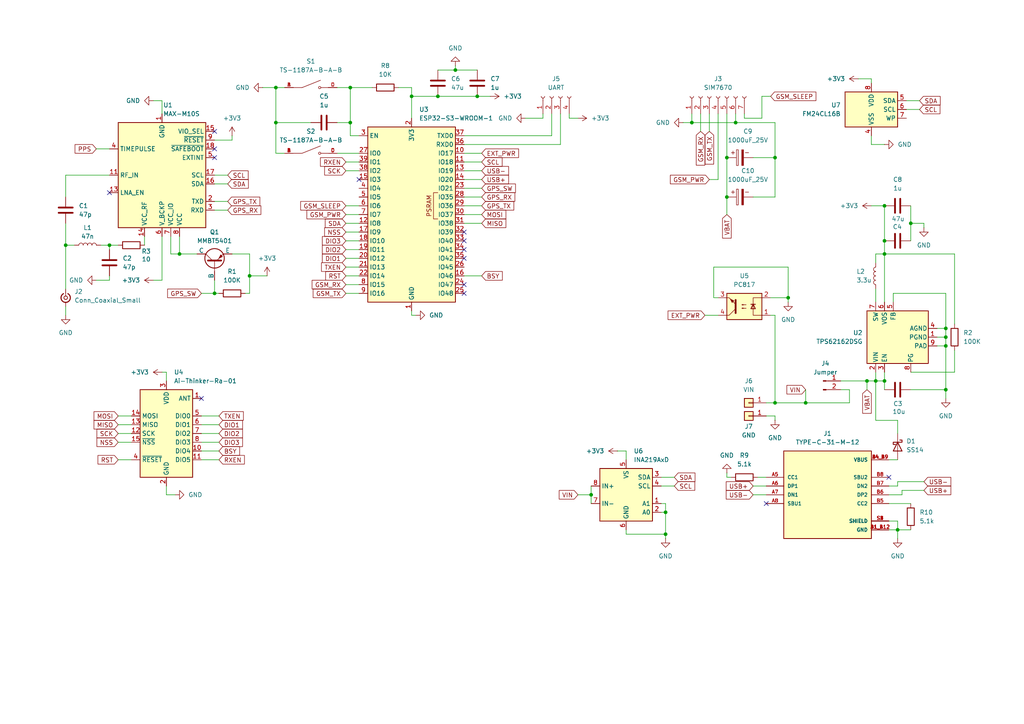
<source format=kicad_sch>
(kicad_sch (version 20231120) (generator "eeschema") (generator_version "8.0")
  (paper "A4")
  (junction (at 101.6 35.56))
  (junction (at 80.01 25.4))
  (junction (at 210.82 57.15))
  (junction (at 256.54 59.69))
  (junction (at 228.6 86.36))
  (junction (at 213.36 35.56))
  (junction (at 274.32 95.25))
  (junction (at 224.79 116.84))
  (junction (at 171.45 143.51))
  (junction (at 80.01 35.56))
  (junction (at 119.38 27.94))
  (junction (at 52.07 73.66))
  (junction (at 193.04 154.94))
  (junction (at 210.82 45.72))
  (junction (at 200.66 35.56))
  (junction (at 62.23 85.09))
  (junction (at 256.54 73.66))
  (junction (at 138.43 27.94))
  (junction (at 260.35 153.67))
  (junction (at 127 27.94))
  (junction (at 264.16 64.77))
  (junction (at 274.32 113.03))
  (junction (at 19.05 71.12))
  (junction (at 254 110.49))
  (junction (at 101.6 25.4))
  (junction (at 274.32 100.33))
  (junction (at 132.08 20.32))
  (junction (at 274.32 97.79))
  (junction (at 31.75 71.12))
  (junction (at 72.39 80.01))
  (junction (at 251.46 110.49))
  (junction (at 256.54 69.85))
  (junction (at 193.04 148.59))
  (junction (at 256.54 110.49))
  (junction (at 224.79 45.72))
  (junction (at 233.68 116.84))
  (no_connect (at 58.42 115.57))
  (no_connect (at 134.62 82.55))
  (no_connect (at 134.62 72.39))
  (no_connect (at 134.62 74.93))
  (no_connect (at 104.14 52.07))
  (no_connect (at 134.62 85.09))
  (no_connect (at 62.23 45.72))
  (no_connect (at 134.62 69.85))
  (no_connect (at 62.23 43.18))
  (no_connect (at 62.23 38.1))
  (no_connect (at 257.81 138.43))
  (no_connect (at 31.75 55.88))
  (no_connect (at 222.25 146.05))
  (no_connect (at 134.62 67.31))
  (wire (pts (xy 52.07 73.66) (xy 52.07 68.58)))
  (wire (pts (xy 256.54 59.69) (xy 256.54 69.85)))
  (wire (pts (xy 57.15 73.66) (xy 52.07 73.66)))
  (wire (pts (xy 262.89 31.75) (xy 266.7 31.75)))
  (wire (pts (xy 100.33 77.47) (xy 104.14 77.47)))
  (wire (pts (xy 119.38 27.94) (xy 127 27.94)))
  (wire (pts (xy 19.05 88.9) (xy 19.05 91.44)))
  (wire (pts (xy 257.81 153.67) (xy 260.35 153.67)))
  (wire (pts (xy 50.8 143.51) (xy 48.26 143.51)))
  (wire (pts (xy 257.81 143.51) (xy 261.62 143.51)))
  (wire (pts (xy 204.47 91.44) (xy 208.28 91.44)))
  (wire (pts (xy 264.16 107.95) (xy 276.86 107.95)))
  (wire (pts (xy 274.32 113.03) (xy 274.32 115.57)))
  (wire (pts (xy 31.75 71.12) (xy 31.75 72.39)))
  (wire (pts (xy 210.82 33.02) (xy 210.82 45.72)))
  (wire (pts (xy 264.16 113.03) (xy 274.32 113.03)))
  (wire (pts (xy 200.66 35.56) (xy 200.66 33.02)))
  (wire (pts (xy 97.79 25.4) (xy 101.6 25.4)))
  (wire (pts (xy 167.64 143.51) (xy 171.45 143.51)))
  (wire (pts (xy 198.12 35.56) (xy 200.66 35.56)))
  (wire (pts (xy 72.39 80.01) (xy 77.47 80.01)))
  (wire (pts (xy 256.54 107.95) (xy 256.54 110.49)))
  (wire (pts (xy 215.9 33.02) (xy 215.9 34.29)))
  (wire (pts (xy 215.9 34.29) (xy 220.98 34.29)))
  (wire (pts (xy 218.44 143.51) (xy 222.25 143.51)))
  (wire (pts (xy 274.32 100.33) (xy 274.32 113.03)))
  (wire (pts (xy 34.29 128.27) (xy 38.1 128.27)))
  (wire (pts (xy 44.45 81.28) (xy 46.99 81.28)))
  (wire (pts (xy 203.2 33.02) (xy 203.2 38.1)))
  (wire (pts (xy 100.33 85.09) (xy 104.14 85.09)))
  (wire (pts (xy 223.52 86.36) (xy 228.6 86.36)))
  (wire (pts (xy 119.38 91.44) (xy 119.38 90.17)))
  (wire (pts (xy 80.01 25.4) (xy 82.55 25.4)))
  (wire (pts (xy 261.62 142.24) (xy 261.62 143.51)))
  (wire (pts (xy 181.61 154.94) (xy 193.04 154.94)))
  (wire (pts (xy 233.68 113.03) (xy 233.68 116.84)))
  (wire (pts (xy 138.43 27.94) (xy 142.24 27.94)))
  (wire (pts (xy 252.73 39.37) (xy 252.73 41.91)))
  (wire (pts (xy 205.74 52.07) (xy 208.28 52.07)))
  (wire (pts (xy 257.81 133.35) (xy 260.35 133.35)))
  (wire (pts (xy 256.54 73.66) (xy 254 73.66)))
  (wire (pts (xy 62.23 53.34) (xy 66.04 53.34)))
  (wire (pts (xy 67.31 39.37) (xy 67.31 40.64)))
  (wire (pts (xy 134.62 62.23) (xy 139.7 62.23)))
  (wire (pts (xy 100.33 80.01) (xy 104.14 80.01)))
  (wire (pts (xy 264.16 59.69) (xy 264.16 64.77)))
  (wire (pts (xy 193.04 146.05) (xy 193.04 148.59)))
  (wire (pts (xy 48.26 110.49) (xy 48.26 107.95)))
  (wire (pts (xy 132.08 20.32) (xy 138.43 20.32)))
  (wire (pts (xy 218.44 45.72) (xy 224.79 45.72)))
  (wire (pts (xy 257.81 146.05) (xy 264.16 146.05)))
  (wire (pts (xy 115.57 25.4) (xy 119.38 25.4)))
  (wire (pts (xy 119.38 25.4) (xy 119.38 27.94)))
  (wire (pts (xy 100.33 82.55) (xy 104.14 82.55)))
  (wire (pts (xy 254 121.92) (xy 254 110.49)))
  (wire (pts (xy 100.33 67.31) (xy 104.14 67.31)))
  (wire (pts (xy 276.86 73.66) (xy 256.54 73.66)))
  (wire (pts (xy 218.44 140.97) (xy 222.25 140.97)))
  (wire (pts (xy 100.33 69.85) (xy 104.14 69.85)))
  (wire (pts (xy 127 27.94) (xy 138.43 27.94)))
  (wire (pts (xy 134.62 39.37) (xy 160.02 39.37)))
  (wire (pts (xy 252.73 22.86) (xy 252.73 24.13)))
  (wire (pts (xy 224.79 121.92) (xy 224.79 120.65)))
  (wire (pts (xy 208.28 86.36) (xy 207.01 86.36)))
  (wire (pts (xy 257.81 151.13) (xy 260.35 151.13)))
  (wire (pts (xy 46.99 33.02) (xy 46.99 29.21)))
  (wire (pts (xy 165.1 34.29) (xy 165.1 33.02)))
  (wire (pts (xy 256.54 110.49) (xy 254 110.49)))
  (wire (pts (xy 274.32 97.79) (xy 274.32 100.33)))
  (wire (pts (xy 82.55 44.45) (xy 80.01 44.45)))
  (wire (pts (xy 224.79 57.15) (xy 224.79 45.72)))
  (wire (pts (xy 181.61 133.35) (xy 181.61 130.81)))
  (wire (pts (xy 262.89 29.21) (xy 266.7 29.21)))
  (wire (pts (xy 260.35 153.67) (xy 264.16 153.67)))
  (wire (pts (xy 210.82 138.43) (xy 212.09 138.43)))
  (wire (pts (xy 62.23 50.8) (xy 66.04 50.8)))
  (wire (pts (xy 213.36 33.02) (xy 213.36 35.56)))
  (wire (pts (xy 34.29 120.65) (xy 38.1 120.65)))
  (wire (pts (xy 134.62 64.77) (xy 139.7 64.77)))
  (wire (pts (xy 62.23 60.96) (xy 66.04 60.96)))
  (wire (pts (xy 19.05 50.8) (xy 19.05 57.15)))
  (wire (pts (xy 261.62 142.24) (xy 267.97 142.24)))
  (wire (pts (xy 256.54 87.63) (xy 256.54 73.66)))
  (wire (pts (xy 224.79 91.44) (xy 224.79 116.84)))
  (wire (pts (xy 160.02 39.37) (xy 160.02 33.02)))
  (wire (pts (xy 48.26 107.95) (xy 46.99 107.95)))
  (wire (pts (xy 191.77 138.43) (xy 195.58 138.43)))
  (wire (pts (xy 90.17 35.56) (xy 80.01 35.56)))
  (wire (pts (xy 167.64 34.29) (xy 165.1 34.29)))
  (wire (pts (xy 100.33 49.53) (xy 104.14 49.53)))
  (wire (pts (xy 100.33 46.99) (xy 104.14 46.99)))
  (wire (pts (xy 97.79 44.45) (xy 104.14 44.45)))
  (wire (pts (xy 63.5 85.09) (xy 62.23 85.09)))
  (wire (pts (xy 220.98 27.94) (xy 223.52 27.94)))
  (wire (pts (xy 58.42 85.09) (xy 62.23 85.09)))
  (wire (pts (xy 72.39 80.01) (xy 72.39 85.09)))
  (wire (pts (xy 181.61 153.67) (xy 181.61 154.94)))
  (wire (pts (xy 224.79 45.72) (xy 224.79 35.56)))
  (wire (pts (xy 48.26 143.51) (xy 48.26 140.97)))
  (wire (pts (xy 271.78 95.25) (xy 274.32 95.25)))
  (wire (pts (xy 205.74 33.02) (xy 205.74 38.1)))
  (wire (pts (xy 260.35 153.67) (xy 260.35 156.21)))
  (wire (pts (xy 58.42 130.81) (xy 63.5 130.81)))
  (wire (pts (xy 224.79 116.84) (xy 233.68 116.84)))
  (wire (pts (xy 41.91 68.58) (xy 41.91 71.12)))
  (wire (pts (xy 207.01 86.36) (xy 207.01 77.47)))
  (wire (pts (xy 254 83.82) (xy 254 87.63)))
  (wire (pts (xy 67.31 40.64) (xy 62.23 40.64)))
  (wire (pts (xy 246.38 116.84) (xy 246.38 113.03)))
  (wire (pts (xy 252.73 41.91) (xy 256.54 41.91)))
  (wire (pts (xy 134.62 57.15) (xy 139.7 57.15)))
  (wire (pts (xy 210.82 57.15) (xy 210.82 62.23)))
  (wire (pts (xy 264.16 64.77) (xy 267.97 64.77)))
  (wire (pts (xy 193.04 148.59) (xy 193.04 154.94)))
  (wire (pts (xy 274.32 95.25) (xy 274.32 97.79)))
  (wire (pts (xy 58.42 125.73) (xy 63.5 125.73)))
  (wire (pts (xy 222.25 116.84) (xy 224.79 116.84)))
  (wire (pts (xy 31.75 81.28) (xy 31.75 80.01)))
  (wire (pts (xy 100.33 64.77) (xy 104.14 64.77)))
  (wire (pts (xy 58.42 133.35) (xy 63.5 133.35)))
  (wire (pts (xy 134.62 54.61) (xy 139.7 54.61)))
  (wire (pts (xy 210.82 45.72) (xy 210.82 57.15)))
  (wire (pts (xy 193.04 156.21) (xy 193.04 154.94)))
  (wire (pts (xy 208.28 52.07) (xy 208.28 33.02)))
  (wire (pts (xy 101.6 39.37) (xy 104.14 39.37)))
  (wire (pts (xy 72.39 85.09) (xy 71.12 85.09)))
  (wire (pts (xy 260.35 121.92) (xy 254 121.92)))
  (wire (pts (xy 134.62 44.45) (xy 139.7 44.45)))
  (wire (pts (xy 34.29 123.19) (xy 38.1 123.19)))
  (wire (pts (xy 29.21 71.12) (xy 31.75 71.12)))
  (wire (pts (xy 251.46 110.49) (xy 254 110.49)))
  (wire (pts (xy 228.6 77.47) (xy 228.6 86.36)))
  (wire (pts (xy 134.62 49.53) (xy 139.7 49.53)))
  (wire (pts (xy 259.08 85.09) (xy 259.08 87.63)))
  (wire (pts (xy 260.35 139.7) (xy 267.97 139.7)))
  (wire (pts (xy 259.08 85.09) (xy 274.32 85.09)))
  (wire (pts (xy 58.42 120.65) (xy 63.5 120.65)))
  (wire (pts (xy 218.44 57.15) (xy 224.79 57.15)))
  (wire (pts (xy 31.75 50.8) (xy 19.05 50.8)))
  (wire (pts (xy 100.33 59.69) (xy 104.14 59.69)))
  (wire (pts (xy 100.33 72.39) (xy 104.14 72.39)))
  (wire (pts (xy 223.52 91.44) (xy 224.79 91.44)))
  (wire (pts (xy 191.77 140.97) (xy 195.58 140.97)))
  (wire (pts (xy 252.73 59.69) (xy 256.54 59.69)))
  (wire (pts (xy 276.86 93.98) (xy 276.86 73.66)))
  (wire (pts (xy 72.39 80.01) (xy 72.39 73.66)))
  (wire (pts (xy 134.62 52.07) (xy 139.7 52.07)))
  (wire (pts (xy 228.6 86.36) (xy 228.6 87.63)))
  (wire (pts (xy 210.82 137.16) (xy 210.82 138.43)))
  (wire (pts (xy 97.79 35.56) (xy 101.6 35.56)))
  (wire (pts (xy 260.35 121.92) (xy 260.35 125.73)))
  (wire (pts (xy 254 110.49) (xy 254 107.95)))
  (wire (pts (xy 248.92 22.86) (xy 252.73 22.86)))
  (wire (pts (xy 72.39 73.66) (xy 67.31 73.66)))
  (wire (pts (xy 34.29 133.35) (xy 38.1 133.35)))
  (wire (pts (xy 254 73.66) (xy 254 76.2)))
  (wire (pts (xy 171.45 140.97) (xy 171.45 143.51)))
  (wire (pts (xy 224.79 120.65) (xy 222.25 120.65)))
  (wire (pts (xy 243.84 110.49) (xy 251.46 110.49)))
  (wire (pts (xy 132.08 19.05) (xy 132.08 20.32)))
  (wire (pts (xy 213.36 35.56) (xy 200.66 35.56)))
  (wire (pts (xy 101.6 25.4) (xy 107.95 25.4)))
  (wire (pts (xy 219.71 138.43) (xy 222.25 138.43)))
  (wire (pts (xy 100.33 62.23) (xy 104.14 62.23)))
  (wire (pts (xy 19.05 71.12) (xy 21.59 71.12)))
  (wire (pts (xy 220.98 34.29) (xy 220.98 27.94)))
  (wire (pts (xy 46.99 29.21) (xy 44.45 29.21)))
  (wire (pts (xy 101.6 35.56) (xy 101.6 39.37)))
  (wire (pts (xy 264.16 64.77) (xy 264.16 69.85)))
  (wire (pts (xy 257.81 140.97) (xy 260.35 140.97)))
  (wire (pts (xy 271.78 100.33) (xy 274.32 100.33)))
  (wire (pts (xy 171.45 143.51) (xy 171.45 146.05)))
  (wire (pts (xy 31.75 71.12) (xy 34.29 71.12)))
  (wire (pts (xy 260.35 139.7) (xy 260.35 140.97)))
  (wire (pts (xy 276.86 107.95) (xy 276.86 101.6)))
  (wire (pts (xy 260.35 151.13) (xy 260.35 153.67)))
  (wire (pts (xy 134.62 80.01) (xy 139.7 80.01)))
  (wire (pts (xy 181.61 130.81) (xy 179.07 130.81)))
  (wire (pts (xy 191.77 148.59) (xy 193.04 148.59)))
  (wire (pts (xy 224.79 35.56) (xy 213.36 35.56)))
  (wire (pts (xy 256.54 110.49) (xy 256.54 113.03)))
  (wire (pts (xy 271.78 97.79) (xy 274.32 97.79)))
  (wire (pts (xy 58.42 123.19) (xy 63.5 123.19)))
  (wire (pts (xy 127 20.32) (xy 132.08 20.32)))
  (wire (pts (xy 27.94 43.18) (xy 31.75 43.18)))
  (wire (pts (xy 76.2 25.4) (xy 80.01 25.4)))
  (wire (pts (xy 119.38 27.94) (xy 119.38 34.29)))
  (wire (pts (xy 49.53 73.66) (xy 52.07 73.66)))
  (wire (pts (xy 134.62 59.69) (xy 139.7 59.69)))
  (wire (pts (xy 19.05 71.12) (xy 19.05 83.82)))
  (wire (pts (xy 162.56 41.91) (xy 162.56 33.02)))
  (wire (pts (xy 49.53 68.58) (xy 49.53 73.66)))
  (wire (pts (xy 80.01 35.56) (xy 80.01 25.4)))
  (wire (pts (xy 101.6 35.56) (xy 101.6 25.4)))
  (wire (pts (xy 62.23 58.42) (xy 66.04 58.42)))
  (wire (pts (xy 100.33 74.93) (xy 104.14 74.93)))
  (wire (pts (xy 62.23 81.28) (xy 62.23 85.09)))
  (wire (pts (xy 34.29 125.73) (xy 38.1 125.73)))
  (wire (pts (xy 19.05 64.77) (xy 19.05 71.12)))
  (wire (pts (xy 157.48 34.29) (xy 157.48 33.02)))
  (wire (pts (xy 256.54 69.85) (xy 256.54 73.66)))
  (wire (pts (xy 120.65 91.44) (xy 119.38 91.44)))
  (wire (pts (xy 207.01 77.47) (xy 228.6 77.47)))
  (wire (pts (xy 58.42 128.27) (xy 63.5 128.27)))
  (wire (pts (xy 134.62 41.91) (xy 162.56 41.91)))
  (wire (pts (xy 80.01 35.56) (xy 80.01 44.45)))
  (wire (pts (xy 233.68 116.84) (xy 246.38 116.84)))
  (wire (pts (xy 251.46 110.49) (xy 251.46 113.03)))
  (wire (pts (xy 27.94 81.28) (xy 31.75 81.28)))
  (wire (pts (xy 191.77 146.05) (xy 193.04 146.05)))
  (wire (pts (xy 267.97 64.77) (xy 267.97 66.04)))
  (wire (pts (xy 274.32 85.09) (xy 274.32 95.25)))
  (wire (pts (xy 152.4 34.29) (xy 157.48 34.29)))
  (wire (pts (xy 46.99 81.28) (xy 46.99 68.58)))
  (wire (pts (xy 134.62 46.99) (xy 139.7 46.99)))
  (wire (pts (xy 246.38 113.03) (xy 243.84 113.03)))
  (global_label "USB+" (shape input) (at 139.7 52.07 0) (property "Intersheetrefs" "${INTERSHEET_REFS}" (effects (hide yes))))
  (global_label "USB+" (shape input) (at 218.44 140.97 180) (property "Intersheetrefs" "${INTERSHEET_REFS}" (effects (hide yes))))
  (global_label "NSS" (shape input) (at 34.29 128.27 180) (property "Intersheetrefs" "${INTERSHEET_REFS}" (effects (hide yes))))
  (global_label "SCL" (shape input) (at 195.58 140.97 0) (property "Intersheetrefs" "${INTERSHEET_REFS}" (effects (hide yes))))
  (global_label "RXEN" (shape input) (at 63.5 133.35 0) (property "Intersheetrefs" "${INTERSHEET_REFS}" (effects (hide yes))))
  (global_label "DIO1" (shape input) (at 63.5 123.19 0) (property "Intersheetrefs" "${INTERSHEET_REFS}" (effects (hide yes))))
  (global_label "GPS_RX" (shape input) (at 139.7 57.15 0) (property "Intersheetrefs" "${INTERSHEET_REFS}" (effects (hide yes))))
  (global_label "SCK" (shape input) (at 34.29 125.73 180) (property "Intersheetrefs" "${INTERSHEET_REFS}" (effects (hide yes))))
  (global_label "SCL" (shape input) (at 266.7 31.75 0) (property "Intersheetrefs" "${INTERSHEET_REFS}" (effects (hide yes))))
  (global_label "GSM_RX" (shape input) (at 203.2 38.1 270) (property "Intersheetrefs" "${INTERSHEET_REFS}" (effects (hide yes))))
  (global_label "EXT_PWR" (shape input) (at 204.47 91.44 180) (property "Intersheetrefs" "${INTERSHEET_REFS}" (effects (hide yes))))
  (global_label "GSM_SLEEP" (shape input) (at 100.33 59.69 180) (property "Intersheetrefs" "${INTERSHEET_REFS}" (effects (hide yes))))
  (global_label "GPS_SW" (shape input) (at 58.42 85.09 180) (property "Intersheetrefs" "${INTERSHEET_REFS}" (effects (hide yes))))
  (global_label "SDA" (shape input) (at 266.7 29.21 0) (property "Intersheetrefs" "${INTERSHEET_REFS}" (effects (hide yes))))
  (global_label "SDA" (shape input) (at 100.33 64.77 180) (property "Intersheetrefs" "${INTERSHEET_REFS}" (effects (hide yes))))
  (global_label "TXEN" (shape input) (at 100.33 77.47 180) (property "Intersheetrefs" "${INTERSHEET_REFS}" (effects (hide yes))))
  (global_label "GPS_TX" (shape input) (at 139.7 59.69 0) (property "Intersheetrefs" "${INTERSHEET_REFS}" (effects (hide yes))))
  (global_label "USB-" (shape input) (at 267.97 139.7 0) (property "Intersheetrefs" "${INTERSHEET_REFS}" (effects (hide yes))))
  (global_label "GSM_RX" (shape input) (at 100.33 82.55 180) (property "Intersheetrefs" "${INTERSHEET_REFS}" (effects (hide yes))))
  (global_label "GSM_PWR" (shape input) (at 205.74 52.07 180) (property "Intersheetrefs" "${INTERSHEET_REFS}" (effects (hide yes))))
  (global_label "DIO1" (shape input) (at 100.33 74.93 180) (property "Intersheetrefs" "${INTERSHEET_REFS}" (effects (hide yes))))
  (global_label "SCL" (shape input) (at 139.7 46.99 0) (property "Intersheetrefs" "${INTERSHEET_REFS}" (effects (hide yes))))
  (global_label "GPS_TX" (shape input) (at 66.04 58.42 0) (property "Intersheetrefs" "${INTERSHEET_REFS}" (effects (hide yes))))
  (global_label "USB-" (shape input) (at 218.44 143.51 180) (property "Intersheetrefs" "${INTERSHEET_REFS}" (effects (hide yes))))
  (global_label "SDA" (shape input) (at 195.58 138.43 0) (property "Intersheetrefs" "${INTERSHEET_REFS}" (effects (hide yes))))
  (global_label "MISO" (shape input) (at 139.7 64.77 0) (property "Intersheetrefs" "${INTERSHEET_REFS}" (effects (hide yes))))
  (global_label "USB-" (shape input) (at 139.7 49.53 0) (property "Intersheetrefs" "${INTERSHEET_REFS}" (effects (hide yes))))
  (global_label "DIO2" (shape input) (at 100.33 72.39 180) (property "Intersheetrefs" "${INTERSHEET_REFS}" (effects (hide yes))))
  (global_label "EXT_PWR" (shape input) (at 139.7 44.45 0) (property "Intersheetrefs" "${INTERSHEET_REFS}" (effects (hide yes))))
  (global_label "BSY" (shape input) (at 63.5 130.81 0) (property "Intersheetrefs" "${INTERSHEET_REFS}" (effects (hide yes))))
  (global_label "TXEN" (shape input) (at 63.5 120.65 0) (property "Intersheetrefs" "${INTERSHEET_REFS}" (effects (hide yes))))
  (global_label "RST" (shape input) (at 34.29 133.35 180) (property "Intersheetrefs" "${INTERSHEET_REFS}" (effects (hide yes))))
  (global_label "GSM_TX" (shape input) (at 100.33 85.09 180) (property "Intersheetrefs" "${INTERSHEET_REFS}" (effects (hide yes))))
  (global_label "MISO" (shape input) (at 34.29 123.19 180) (property "Intersheetrefs" "${INTERSHEET_REFS}" (effects (hide yes))))
  (global_label "VBAT" (shape input) (at 251.46 113.03 270) (property "Intersheetrefs" "${INTERSHEET_REFS}" (effects (hide yes))))
  (global_label "SDA" (shape input) (at 66.04 53.34 0) (property "Intersheetrefs" "${INTERSHEET_REFS}" (effects (hide yes))))
  (global_label "GSM_SLEEP" (shape input) (at 223.52 27.94 0) (property "Intersheetrefs" "${INTERSHEET_REFS}" (effects (hide yes))))
  (global_label "GSM_PWR" (shape input) (at 100.33 62.23 180) (property "Intersheetrefs" "${INTERSHEET_REFS}" (effects (hide yes))))
  (global_label "MOSI" (shape input) (at 34.29 120.65 180) (property "Intersheetrefs" "${INTERSHEET_REFS}" (effects (hide yes))))
  (global_label "NSS" (shape input) (at 100.33 67.31 180) (property "Intersheetrefs" "${INTERSHEET_REFS}" (effects (hide yes))))
  (global_label "RXEN" (shape input) (at 100.33 46.99 180) (property "Intersheetrefs" "${INTERSHEET_REFS}" (effects (hide yes))))
  (global_label "PPS" (shape input) (at 27.94 43.18 180) (property "Intersheetrefs" "${INTERSHEET_REFS}" (effects (hide yes))))
  (global_label "GPS_SW" (shape input) (at 139.7 54.61 0) (property "Intersheetrefs" "${INTERSHEET_REFS}" (effects (hide yes))))
  (global_label "DIO3" (shape input) (at 100.33 69.85 180) (property "Intersheetrefs" "${INTERSHEET_REFS}" (effects (hide yes))))
  (global_label "VIN" (shape input) (at 167.64 143.51 180) (property "Intersheetrefs" "${INTERSHEET_REFS}" (effects (hide yes))))
  (global_label "SCK" (shape input) (at 100.33 49.53 180) (property "Intersheetrefs" "${INTERSHEET_REFS}" (effects (hide yes))))
  (global_label "MOSI" (shape input) (at 139.7 62.23 0) (property "Intersheetrefs" "${INTERSHEET_REFS}" (effects (hide yes))))
  (global_label "USB+" (shape input) (at 267.97 142.24 0) (property "Intersheetrefs" "${INTERSHEET_REFS}" (effects (hide yes))))
  (global_label "VIN" (shape input) (at 233.68 113.03 180) (property "Intersheetrefs" "${INTERSHEET_REFS}" (effects (hide yes))))
  (global_label "DIO3" (shape input) (at 63.5 128.27 0) (property "Intersheetrefs" "${INTERSHEET_REFS}" (effects (hide yes))))
  (global_label "BSY" (shape input) (at 139.7 80.01 0) (property "Intersheetrefs" "${INTERSHEET_REFS}" (effects (hide yes))))
  (global_label "GPS_RX" (shape input) (at 66.04 60.96 0) (property "Intersheetrefs" "${INTERSHEET_REFS}" (effects (hide yes))))
  (global_label "DIO2" (shape input) (at 63.5 125.73 0) (property "Intersheetrefs" "${INTERSHEET_REFS}" (effects (hide yes))))
  (global_label "RST" (shape input) (at 100.33 80.01 180) (property "Intersheetrefs" "${INTERSHEET_REFS}" (effects (hide yes))))
  (global_label "VBAT" (shape input) (at 210.82 62.23 270) (property "Intersheetrefs" "${INTERSHEET_REFS}" (effects (hide yes))))
  (global_label "SCL" (shape input) (at 66.04 50.8 0) (property "Intersheetrefs" "${INTERSHEET_REFS}" (effects (hide yes))))
  (global_label "GSM_TX" (shape input) (at 205.74 38.1 270) (property "Intersheetrefs" "${INTERSHEET_REFS}" (effects (hide yes))))
  (symbol (lib_id "power:GND") (at 198.12 35.56 270) (unit 1)
    (property "Reference" "#PWR010" (effects (hide yes)))
    (property "Value" "GND" (at 194.31 35.5599 90) (effects (justify right)))
    (property "Description" "Power symbol creates a global label with name \"GND\" , ground" (effects (hide yes)))
  )
  (symbol (lib_id "Connector:Conn_Coaxial_Small") (at 19.05 86.36 270) (unit 1)
    (property "Reference" "J2" (at 21.59 84.5703 90) (effects (justify left)))
    (property "Value" "Conn_Coaxial_Small" (at 21.59 87.1103 90) (effects (justify left)))
    (property "Footprint" "Connector_Coaxial:U.FL_Molex_MCRF_73412-0110_Vertical" (effects (hide yes)))
    (property "Datasheet" " ~" (effects (hide yes)))
    (property "Description" "small coaxial connector (BNC, SMA, SMB, SMC, Cinch/RCA, LEMO, ...)" (effects (hide yes)))
    (property "MFR" "BWU.FL-IPEX1" (effects (hide yes)))
  )
  (symbol (lib_id "Sensor_Energy:INA219AxD") (at 181.61 143.51 0) (unit 1)
    (property "Reference" "U6" (at 183.8041 130.81 0) (effects (justify left)))
    (property "Value" "INA219AxD" (at 183.8041 133.35 0) (effects (justify left)))
    (property "Footprint" "Package_SO:SOIC-8_3.9x4.9mm_P1.27mm" (effects (hide yes)))
    (property "Datasheet" "http://www.ti.com/lit/ds/symlink/ina219.pdf" (effects (hide yes)))
    (property "Description" "Zero-Drift, Bidirectional Current/Power Monitor (0-26V) With I2C Interface, SOIC-8" (effects (hide yes)))
  )
  (symbol (lib_id "power:+3V3") (at 142.24 27.94 270) (unit 1)
    (property "Reference" "#PWR015" (effects (hide yes)))
    (property "Value" "+3V3" (at 146.05 27.9399 90) (effects (justify left)))
    (property "Description" "Power symbol creates a global label with name \"+3V3\"" (effects (hide yes)))
  )
  (symbol (lib_id "power:GND") (at 132.08 19.05 180) (unit 1)
    (property "Reference" "#PWR014" (effects (hide yes)))
    (property "Value" "GND" (at 132.08 13.97 0))
    (property "Description" "Power symbol creates a global label with name \"GND\" , ground" (effects (hide yes)))
  )
  (symbol (lib_id "Connector:Conn_01x07_Socket") (at 208.28 27.94 90) (unit 1)
    (property "Reference" "J3" (at 208.28 22.86 90))
    (property "Value" "SIM7670" (at 208.28 25.4 90))
    (property "Footprint" "Connector_PinHeader_2.54mm:PinHeader_1x07_P2.54mm_Vertical" (effects (hide yes)))
    (property "Description" "Generic connector, single row, 01x07, script generated" (effects (hide yes)))
  )
  (symbol (lib_id "power:GND") (at 256.54 41.91 90) (unit 1)
    (property "Reference" "#PWR026" (effects (hide yes)))
    (property "Value" "GND" (at 260.35 41.9099 90) (effects (justify right)))
    (property "Description" "Power symbol creates a global label with name \"GND\" , ground" (effects (hide yes)))
  )
  (symbol (lib_id "Device:C") (at 260.35 113.03 270) (unit 1)
    (property "Reference" "C3" (at 259.08 117.094 90) (effects (justify left)))
    (property "Value" "10u" (at 258.826 119.38 90) (effects (justify left)))
    (property "Footprint" "Capacitor_SMD:C_1206_3216Metric" (effects (hide yes)))
    (property "Description" "Unpolarized capacitor" (effects (hide yes)))
    (property "MFR" "CL31A106KBHNNNE" (effects (hide yes)))
  )
  (symbol (lib_id "Connector_Generic:Conn_01x01") (at 217.17 116.84 180) (unit 1)
    (property "Reference" "J6" (at 217.17 110.49 0))
    (property "Value" "VIN" (at 217.17 113.03 0))
    (property "Footprint" "Kicad:TestPoint_Pad_2.5x2.5mm" (effects (hide yes)))
    (property "Description" "Generic connector, single row, 01x01, script generated (kicad-library-utils/schlib/autogen/connector/)" (effects (hide yes)))
  )
  (symbol (lib_id "RF_Module:ESP32-S3-WROOM-1") (at 119.38 62.23 0) (unit 1)
    (property "Reference" "U3" (at 121.5741 31.75 0) (effects (justify left)))
    (property "Value" "ESP32-S3-WROOM-1" (at 121.5741 34.29 0) (effects (justify left)))
    (property "Footprint" "RF_Module:ESP32-S3-WROOM-1" (effects (hide yes)))
    (property "Datasheet" "https://www.espressif.com/sites/default/files/documentation/esp32-s3-wroom-1_wroom-1u_datasheet_en.pdf" (effects (hide yes)))
    (property "Description" "RF Module, ESP32-S3 SoC, Wi-Fi 802.11b/g/n, Bluetooth, BLE, 32-bit, 3.3V, onboard antenna, SMD" (effects (hide yes)))
  )
  (symbol (lib_id "power:+3V3") (at 46.99 107.95 90) (unit 1)
    (property "Reference" "#PWR06" (effects (hide yes)))
    (property "Value" "+3V3" (at 43.18 107.9499 90) (effects (justify left)))
    (property "Description" "Power symbol creates a global label with name \"+3V3\"" (effects (hide yes)))
  )
  (symbol (lib_id "power:+3V3") (at 77.47 80.01 0) (unit 1)
    (property "Reference" "#PWR08" (effects (hide yes)))
    (property "Value" "+3V3" (at 77.47 74.93 0))
    (property "Description" "Power symbol creates a global label with name \"+3V3\"" (effects (hide yes)))
  )
  (symbol (lib_id "power:GND") (at 19.05 91.44 0) (unit 1)
    (property "Reference" "#PWR02" (effects (hide yes)))
    (property "Value" "GND" (at 19.05 96.52 0))
    (property "Description" "Power symbol creates a global label with name \"GND\" , ground" (effects (hide yes)))
  )
  (symbol (lib_id "RF_GPS:MAX-M10S") (at 46.99 50.8 180) (unit 1)
    (property "Reference" "U1" (at 47.3359 30.48 0) (effects (justify right)))
    (property "Value" "MAX-M10S" (at 47.3359 33.02 0) (effects (justify right)))
    (property "Footprint" "RF_GPS:ublox_MAX" (effects (hide yes)))
    (property "Datasheet" "https://content.u-blox.com/sites/default/files/MAX-M10S_DataSheet_UBX-20035208.pdf" (effects (hide yes)))
    (property "Description" "GNSS Module MAX M10, VCC 1.65V to 3.6V" (effects (hide yes)))
  )
  (symbol (lib_id "Device:C") (at 260.35 59.69 270) (unit 1)
    (property "Reference" "C8" (at 260.35 52.07 90))
    (property "Value" "1u" (at 260.35 54.61 90))
    (property "Footprint" "Capacitor_SMD:C_0805_2012Metric" (effects (hide yes)))
    (property "Description" "Unpolarized capacitor" (effects (hide yes)))
    (property "MFR" "CL21B105KBFNNNE" (effects (hide yes)))
  )
  (symbol (lib_id "Connector:Conn_01x04_Socket") (at 160.02 27.94 90) (unit 1)
    (property "Reference" "J5" (at 161.29 22.86 90))
    (property "Value" "UART" (at 161.29 25.4 90))
    (property "Footprint" "Connector_PinHeader_2.54mm:PinHeader_1x04_P2.54mm_Vertical" (effects (hide yes)))
    (property "Description" "Generic connector, single row, 01x04, script generated" (effects (hide yes)))
  )
  (symbol (lib_id "power:GND") (at 274.32 115.57 0) (unit 1)
    (property "Reference" "#PWR018" (effects (hide yes)))
    (property "Value" "GND" (at 274.32 120.65 0))
    (property "Description" "Power symbol creates a global label with name \"GND\" , ground" (effects (hide yes)))
  )
  (symbol (lib_id "TS-1187A-B-A-B:TS-1187A-B-A-B") (at 90.17 44.45 0) (unit 1)
    (property "Reference" "S2" (at 90.17 38.1 0))
    (property "Value" "TS-1187A-B-A-B" (at 90.17 40.64 0))
    (property "Footprint" "Kicad:SW_TS-1187A-B-A-B" (effects (hide yes)))
    (property "MF" "XKB Industrial Precision" (effects (hide yes)))
    (property "MAXIMUM_PACKAGE_HEIGHT" "1.5mm" (effects (hide yes)))
    (property "Package" "Package" (effects (hide yes)))
    (property "Price" "None" (effects (hide yes)))
    (property "Check_prices" "https://www.snapeda.com/parts/TS-1187A-B-A-B/XKB+Industrial+Precision/view-part/?ref=eda" (effects (hide yes)))
    (property "STANDARD" "Manufacturer Recommendations" (effects (hide yes)))
    (property "PARTREV" "A0" (effects (hide yes)))
    (property "SnapEDA_Link" "https://www.snapeda.com/parts/TS-1187A-B-A-B/XKB+Industrial+Precision/view-part/?ref=snap" (effects (hide yes)))
    (property "MP" "TS-1187A-B-A-B" (effects (hide yes)))
    (property "Description_1" "\nTS-1187A-B-A-B XKB Connectivity\n" (effects (hide yes)))
    (property "Availability" "Not in stock" (effects (hide yes)))
    (property "MANUFACTURER" "XKB Industrial Precision" (effects (hide yes)))
  )
  (symbol (lib_id "PCM_SL_Capacitors:1000uF_25V") (at 214.63 57.15 0) (unit 1)
    (property "Reference" "C10" (at 216.916 49.53 0))
    (property "Value" "1000uF_25V" (at 216.916 52.07 0))
    (property "Footprint" "Capacitor_THT:CP_Radial_D8.0mm_P2.50mm" (effects (hide yes)))
    (property "Description" "1000uF, 25V Electrolytic Capacitor" (effects (hide yes)))
  )
  (symbol (lib_id "Device:R") (at 111.76 25.4 90) (unit 1)
    (property "Reference" "R8" (at 111.76 19.05 90))
    (property "Value" "10K" (at 111.76 21.59 90))
    (property "Footprint" "Resistor_SMD:R_0603_1608Metric" (effects (hide yes)))
    (property "Description" "Resistor" (effects (hide yes)))
    (property "MFR" "0603WAF1002T5E" (effects (hide yes)))
  )
  (symbol (lib_id "Device:C") (at 138.43 24.13 0) (unit 1)
    (property "Reference" "C7" (at 142.24 22.8599 0) (effects (justify left)))
    (property "Value" "1u" (at 142.24 25.3999 0) (effects (justify left)))
    (property "Footprint" "Capacitor_SMD:C_0805_2012Metric" (effects (hide yes)))
    (property "Description" "Unpolarized capacitor" (effects (hide yes)))
    (property "MFR" "CL21B105KBFNNNE" (effects (hide yes)))
  )
  (symbol (lib_id "Device:C") (at 93.98 35.56 270) (unit 1)
    (property "Reference" "C5" (at 93.98 27.94 90))
    (property "Value" "1u" (at 93.98 30.48 90))
    (property "Footprint" "Capacitor_SMD:C_0805_2012Metric" (effects (hide yes)))
    (property "Description" "Unpolarized capacitor" (effects (hide yes)))
    (property "MFR" "CL21B105KBFNNNE" (effects (hide yes)))
  )
  (symbol (lib_id "power:GND") (at 228.6 87.63 0) (unit 1)
    (property "Reference" "#PWR022" (effects (hide yes)))
    (property "Value" "GND" (at 228.6 92.71 0))
    (property "Description" "Power symbol creates a global label with name \"GND\" , ground" (effects (hide yes)))
  )
  (symbol (lib_id "power:GND") (at 152.4 34.29 270) (unit 1)
    (property "Reference" "#PWR016" (effects (hide yes)))
    (property "Value" "GND" (at 148.59 34.2899 90) (effects (justify right)))
    (property "Description" "Power symbol creates a global label with name \"GND\" , ground" (effects (hide yes)))
  )
  (symbol (lib_id "Memory_NVRAM:FM24CL16B") (at 252.73 31.75 0) (unit 1)
    (property "Reference" "U7" (at 243.84 30.4799 0) (effects (justify right)))
    (property "Value" "FM24CL16B" (at 243.84 33.0199 0) (effects (justify right)))
    (property "Footprint" "Package_SO:SOIC-8_3.9x4.9mm_P1.27mm" (effects (hide yes)))
    (property "Datasheet" "https://www.infineon.com/dgdl/Infineon-FM24CL16B_16-Kbit_(2_K_8)_Serial_(I2C)_F-RAM-DataSheet-v13_00-EN.pdf?fileId=8ac78c8c7d0d8da4017d0ec99cb241e9" (effects (hide yes)))
    (property "Description" "16Kb serial FRAM nonvolatile Memory, SOIC-8" (effects (hide yes)))
  )
  (symbol (lib_id "power:+3V3") (at 248.92 22.86 90) (unit 1)
    (property "Reference" "#PWR025" (effects (hide yes)))
    (property "Value" "+3V3" (at 245.11 22.8599 90) (effects (justify left)))
    (property "Description" "Power symbol creates a global label with name \"+3V3\"" (effects (hide yes)))
  )
  (symbol (lib_id "power:GND") (at 120.65 91.44 90) (unit 1)
    (property "Reference" "#PWR012" (effects (hide yes)))
    (property "Value" "GND" (at 124.46 91.4399 90) (effects (justify right)))
    (property "Description" "Power symbol creates a global label with name \"GND\" , ground" (effects (hide yes)))
  )
  (symbol (lib_id "power:+3V3") (at 67.31 39.37 0) (unit 1)
    (property "Reference" "#PWR05" (effects (hide yes)))
    (property "Value" "+3V3" (at 67.31 34.29 0))
    (property "Description" "Power symbol creates a global label with name \"+3V3\"" (effects (hide yes)))
  )
  (symbol (lib_id "power:+3V3") (at 252.73 59.69 90) (unit 1)
    (property "Reference" "#PWR021" (effects (hide yes)))
    (property "Value" "+3V3" (at 248.92 59.6899 90) (effects (justify left)))
    (property "Description" "Power symbol creates a global label with name \"+3V3\"" (effects (hide yes)))
  )
  (symbol (lib_id "Device:L") (at 25.4 71.12 90) (unit 1)
    (property "Reference" "L1" (at 25.4 66.04 90))
    (property "Value" "47n" (at 25.4 68.58 90))
    (property "Footprint" "Inductor_SMD:L_0603_1608Metric" (effects (hide yes)))
    (property "Description" "Inductor" (effects (hide yes)))
    (property "MFR" "LQW18AS47NG0ZD" (effects (hide yes)))
  )
  (symbol (lib_id "Device:R") (at 264.16 149.86 0) (unit 1)
    (property "Reference" "R10" (at 266.7 148.5899 0) (effects (justify left)))
    (property "Value" "5.1k" (at 266.7 151.1299 0) (effects (justify left)))
    (property "Footprint" "Resistor_SMD:R_0402_1005Metric" (effects (hide yes)))
    (property "Description" "Resistor" (effects (hide yes)))
    (property "MFR" "0402WGF5101TCE" (effects (hide yes)))
  )
  (symbol (lib_id "Device:C") (at 31.75 76.2 0) (unit 1)
    (property "Reference" "C2" (at 35.56 74.9299 0) (effects (justify left)))
    (property "Value" "47p" (at 35.56 77.4699 0) (effects (justify left)))
    (property "Footprint" "Capacitor_SMD:C_0603_1608Metric" (effects (hide yes)))
    (property "Description" "Unpolarized capacitor" (effects (hide yes)))
    (property "MFR" "CL10C470JB8NNNC" (effects (hide yes)))
  )
  (symbol (lib_id "power:GND") (at 76.2 25.4 270) (unit 1)
    (property "Reference" "#PWR09" (effects (hide yes)))
    (property "Value" "GND" (at 72.39 25.3999 90) (effects (justify right)))
    (property "Description" "Power symbol creates a global label with name \"GND\" , ground" (effects (hide yes)))
  )
  (symbol (lib_id "Device:R") (at 38.1 71.12 90) (unit 1)
    (property "Reference" "R3" (at 42.418 72.898 90))
    (property "Value" "10" (at 42.418 75.184 90))
    (property "Footprint" "Resistor_SMD:R_0805_2012Metric" (effects (hide yes)))
    (property "Description" "Resistor" (effects (hide yes)))
    (property "MFR" "0805W8F100JT5E" (effects (hide yes)))
  )
  (symbol (lib_id "power:+3V3") (at 179.07 130.81 90) (unit 1)
    (property "Reference" "#PWR023" (effects (hide yes)))
    (property "Value" "+3V3" (at 175.26 130.8099 90) (effects (justify left)))
    (property "Description" "Power symbol creates a global label with name \"+3V3\"" (effects (hide yes)))
  )
  (symbol (lib_id "power:GND") (at 44.45 29.21 270) (unit 1)
    (property "Reference" "#PWR03" (effects (hide yes)))
    (property "Value" "GND" (at 40.64 29.2099 90) (effects (justify right)))
    (property "Description" "Power symbol creates a global label with name \"GND\" , ground" (effects (hide yes)))
  )
  (symbol (lib_id "power:GND") (at 267.97 66.04 0) (unit 1)
    (property "Reference" "#PWR020" (effects (hide yes)))
    (property "Value" "GND" (at 267.97 71.12 0))
    (property "Description" "Power symbol creates a global label with name \"GND\" , ground" (effects (hide yes)))
  )
  (symbol (lib_id "Device:C") (at 260.35 69.85 90) (unit 1)
    (property "Reference" "C4" (at 261.62 65.786 90) (effects (justify left)))
    (property "Value" "47u" (at 262.382 63.5 90) (effects (justify left)))
    (property "Footprint" "Capacitor_SMD:C_1206_3216Metric" (effects (hide yes)))
    (property "Description" "Unpolarized capacitor" (effects (hide yes)))
    (property "MFR" "CL31A476MPHNNNE" (effects (hide yes)))
  )
  (symbol (lib_id "Connector_Generic:Conn_01x01") (at 217.17 120.65 180) (unit 1)
    (property "Reference" "J7" (at 217.17 123.698 0))
    (property "Value" "GND" (at 217.17 126.238 0))
    (property "Footprint" "Kicad:TestPoint_Pad_2.5x2.5mm" (effects (hide yes)))
    (property "Description" "Generic connector, single row, 01x01, script generated (kicad-library-utils/schlib/autogen/connector/)" (effects (hide yes)))
  )
  (symbol (lib_id "Connector:Conn_01x02_Pin") (at 238.76 110.49 0) (unit 1)
    (property "Reference" "J4" (at 239.395 105.41 0))
    (property "Value" "Jumper" (at 239.395 107.95 0))
    (property "Footprint" "Connector_PinHeader_2.54mm:PinHeader_1x02_P2.54mm_Vertical" (effects (hide yes)))
    (property "Description" "Generic connector, single row, 01x02, script generated" (effects (hide yes)))
  )
  (symbol (lib_id "Isolator:PC817") (at 215.9 88.9 180) (unit 1)
    (property "Reference" "U5" (at 215.9 80.01 0))
    (property "Value" "PC817" (at 215.9 82.55 0))
    (property "Footprint" "Package_DIP:DIP-4_W7.62mm" (effects (hide yes)))
    (property "Datasheet" "http://www.soselectronic.cz/a_info/resource/d/pc817.pdf" (effects (hide yes)))
    (property "Description" "DC Optocoupler, Vce 35V, CTR 50-300%, DIP-4" (effects (hide yes)))
  )
  (symbol (lib_id "Diode:SS14") (at 260.35 129.54 270) (unit 1)
    (property "Reference" "D1" (at 262.89 127.9524 90) (effects (justify left)))
    (property "Value" "SS14" (at 262.89 130.4924 90) (effects (justify left)))
    (property "Footprint" "Diode_SMD:D_SMA" (effects (hide yes)))
    (property "Datasheet" "https://www.vishay.com/docs/88746/ss12.pdf" (effects (hide yes)))
    (property "Description" "40V 1A Schottky Diode, SMA" (effects (hide yes)))
  )
  (symbol (lib_id "Regulator_Switching:TPS62162DSG") (at 261.62 97.79 90) (unit 1)
    (property "Reference" "U2" (at 250.19 96.5199 90) (effects (justify left)))
    (property "Value" "TPS62162DSG" (at 250.19 99.0599 90) (effects (justify left)))
    (property "Footprint" "Package_SON:WSON-8-1EP_2x2mm_P0.5mm_EP0.9x1.6mm_ThermalVias" (effects (hide yes)))
    (property "Datasheet" "http://www.ti.com/lit/ds/symlink/tps62160.pdf" (effects (hide yes)))
    (property "Description" "1A Step-Down Converter with DCS-Control, fixed 3.3V output, 3-17V input voltage, WSON-8" (effects (hide yes)))
    (property "MFR" "TPS62162DSGR" (effects (hide yes)))
  )
  (symbol (lib_id "Device:R") (at 67.31 85.09 270) (unit 1)
    (property "Reference" "R1" (at 67.31 78.74 90))
    (property "Value" "100K" (at 67.31 81.28 90))
    (property "Footprint" "Resistor_SMD:R_0603_1608Metric" (effects (hide yes)))
    (property "Description" "Resistor" (effects (hide yes)))
    (property "MFR" "0603WAF1003T5E" (effects (hide yes)))
  )
  (symbol (lib_id "Device:C") (at 127 24.13 0) (unit 1)
    (property "Reference" "C6" (at 130.81 22.8599 0) (effects (justify left)))
    (property "Value" "47u" (at 130.81 25.3999 0) (effects (justify left)))
    (property "Footprint" "Capacitor_SMD:C_1206_3216Metric" (effects (hide yes)))
    (property "Description" "Unpolarized capacitor" (effects (hide yes)))
    (property "MFR" "CL31A476MPHNNNE" (effects (hide yes)))
  )
  (symbol (lib_id "TS-1187A-B-A-B:TS-1187A-B-A-B") (at 90.17 25.4 0) (unit 1)
    (property "Reference" "S1" (at 90.17 17.78 0))
    (property "Value" "TS-1187A-B-A-B" (at 90.17 20.32 0))
    (property "Footprint" "Kicad:SW_TS-1187A-B-A-B" (effects (hide yes)))
    (property "MF" "XKB Industrial Precision" (effects (hide yes)))
    (property "MAXIMUM_PACKAGE_HEIGHT" "1.5mm" (effects (hide yes)))
    (property "Package" "Package" (effects (hide yes)))
    (property "Price" "None" (effects (hide yes)))
    (property "Check_prices" "https://www.snapeda.com/parts/TS-1187A-B-A-B/XKB+Industrial+Precision/view-part/?ref=eda" (effects (hide yes)))
    (property "STANDARD" "Manufacturer Recommendations" (effects (hide yes)))
    (property "PARTREV" "A0" (effects (hide yes)))
    (property "SnapEDA_Link" "https://www.snapeda.com/parts/TS-1187A-B-A-B/XKB+Industrial+Precision/view-part/?ref=snap" (effects (hide yes)))
    (property "MP" "TS-1187A-B-A-B" (effects (hide yes)))
    (property "Description_1" "\nTS-1187A-B-A-B XKB Connectivity\n" (effects (hide yes)))
    (property "Availability" "Not in stock" (effects (hide yes)))
    (property "MANUFACTURER" "XKB Industrial Precision" (effects (hide yes)))
  )
  (symbol (lib_id "power:GND") (at 27.94 81.28 270) (unit 1)
    (property "Reference" "#PWR01" (effects (hide yes)))
    (property "Value" "GND" (at 24.13 81.2799 90) (effects (justify right)))
    (property "Description" "Power symbol creates a global label with name \"GND\" , ground" (effects (hide yes)))
  )
  (symbol (lib_id "power:GND") (at 210.82 137.16 180) (unit 1)
    (property "Reference" "#PWR013" (effects (hide yes)))
    (property "Value" "GND" (at 210.82 132.08 0))
    (property "Description" "Power symbol creates a global label with name \"GND\" , ground" (effects (hide yes)))
  )
  (symbol (lib_id "Device:R") (at 276.86 97.79 0) (unit 1)
    (property "Reference" "R2" (at 279.4 96.5199 0) (effects (justify left)))
    (property "Value" "100K" (at 279.4 99.0599 0) (effects (justify left)))
    (property "Footprint" "Resistor_SMD:R_0603_1608Metric" (effects (hide yes)))
    (property "Description" "Resistor" (effects (hide yes)))
    (property "MFR" "0603WAF1003T5E" (effects (hide yes)))
  )
  (symbol (lib_id "power:+3V3") (at 44.45 81.28 90) (unit 1)
    (property "Reference" "#PWR07" (effects (hide yes)))
    (property "Value" "+3V3" (at 40.64 81.2799 90) (effects (justify left)))
    (property "Description" "Power symbol creates a global label with name \"+3V3\"" (effects (hide yes)))
  )
  (symbol (lib_id "power:GND") (at 193.04 156.21 0) (unit 1)
    (property "Reference" "#PWR024" (effects (hide yes)))
    (property "Value" "GND" (at 193.04 161.29 0))
    (property "Description" "Power symbol creates a global label with name \"GND\" , ground" (effects (hide yes)))
  )
  (symbol (lib_id "Device:R") (at 215.9 138.43 270) (unit 1)
    (property "Reference" "R9" (at 215.9 132.08 90))
    (property "Value" "5.1k" (at 215.9 134.62 90))
    (property "Footprint" "Resistor_SMD:R_0402_1005Metric" (effects (hide yes)))
    (property "Description" "Resistor" (effects (hide yes)))
    (property "MFR" "0402WGF5101TCE" (effects (hide yes)))
  )
  (symbol (lib_id "Device:L") (at 254 80.01 180) (unit 1)
    (property "Reference" "L2" (at 248.412 78.74 0) (effects (justify right)))
    (property "Value" "3.3u" (at 248.412 81.28 0) (effects (justify right)))
    (property "Footprint" "Inductor_SMD:L_Vishay_IHLP-2525" (effects (hide yes)))
    (property "Description" "Inductor" (effects (hide yes)))
    (property "MFR" "IHLP2525CZER3R3M01" (effects (hide yes)))
  )
  (symbol (lib_id "Device:C") (at 19.05 60.96 0) (unit 1)
    (property "Reference" "C1" (at 22.86 59.6899 0) (effects (justify left)))
    (property "Value" "47p" (at 22.86 62.2299 0) (effects (justify left)))
    (property "Footprint" "Capacitor_SMD:C_0603_1608Metric" (effects (hide yes)))
    (property "Description" "Unpolarized capacitor" (effects (hide yes)))
    (property "MFR" "CL10C470JB8NNNC" (effects (hide yes)))
  )
  (symbol (lib_id "power:GND") (at 224.79 121.92 0) (unit 1)
    (property "Reference" "#PWR011" (effects (hide yes)))
    (property "Value" "GND" (at 224.79 127 0))
    (property "Description" "Power symbol creates a global label with name \"GND\" , ground" (effects (hide yes)))
  )
  (symbol (lib_id "RF_Module:Ai-Thinker-Ra-01") (at 48.26 125.73 0) (unit 1)
    (property "Reference" "U4" (at 50.4541 107.95 0) (effects (justify left)))
    (property "Value" "Ai-Thinker-Ra-01" (at 50.4541 110.49 0) (effects (justify left)))
    (property "Footprint" "RF_Module:Ai-Thinker-Ra-01-LoRa" (effects (hide yes)))
    (property "Datasheet" "http://wiki.ai-thinker.com/_media/lora/docs/c047ps01a1_ra-01_product_specification_v1.1.pdf" (effects (hide yes)))
    (property "Description" "Ai-Thinker Ra-01 410-525 MHz LoRa Module, SPI interface, external antenna" (effects (hide yes)))
  )
  (symbol (lib_id "power:GND") (at 260.35 156.21 0) (unit 1)
    (property "Reference" "#PWR019" (effects (hide yes)))
    (property "Value" "GND" (at 260.35 161.29 0))
    (property "Description" "Power symbol creates a global label with name \"GND\" , ground" (effects (hide yes)))
  )
  (symbol (lib_id "PCM_SL_Capacitors:1000uF_25V") (at 214.63 45.72 0) (unit 1)
    (property "Reference" "C9" (at 216.916 38.1 0))
    (property "Value" "1000uF_25V" (at 216.916 40.64 0))
    (property "Footprint" "Capacitor_THT:CP_Radial_D8.0mm_P2.50mm" (effects (hide yes)))
    (property "Description" "1000uF, 25V Electrolytic Capacitor" (effects (hide yes)))
  )
  (symbol (lib_id "power:GND") (at 50.8 143.51 90) (unit 1)
    (property "Reference" "#PWR04" (effects (hide yes)))
    (property "Value" "GND" (at 54.61 143.5099 90) (effects (justify right)))
    (property "Description" "Power symbol creates a global label with name \"GND\" , ground" (effects (hide yes)))
  )
  (symbol (lib_id "power:+3V3") (at 167.64 34.29 270) (unit 1)
    (property "Reference" "#PWR017" (effects (hide yes)))
    (property "Value" "+3V3" (at 171.45 34.2899 90) (effects (justify left)))
    (property "Description" "Power symbol creates a global label with name \"+3V3\"" (effects (hide yes)))
  )
  (symbol (lib_id "Simulation_SPICE:PNP") (at 62.23 76.2 90) (unit 1)
    (property "Reference" "Q1" (at 62.23 67.31 90))
    (property "Value" "MMBT5401" (at 62.23 69.85 90))
    (property "Footprint" "Package_TO_SOT_SMD:SOT-23" (effects (hide yes)))
    (property "Datasheet" "https://wmsc.lcsc.com/wmsc/upload/file/pdf/v2/lcsc/1809140241_Jiangsu-Changjing-Electronics-Technology-Co---Ltd--MMBT5401-RANGE-200-300_C8326.pdf" (effects (hide yes)))
    (property "Description" "Bipolar transistor symbol for simulation only, substrate tied to the emitter" (effects (hide yes)))
    (property "Sim.Device" "PNP" (effects (hide yes)))
    (property "Sim.Type" "GUMMELPOON" (effects (hide yes)))
    (property "Sim.Pins" "1=C 2=B 3=E" (effects (hide yes)))
    (property "MFR" "MMBT5401(RANGE:200-300)" (effects (hide yes)))
  )
  (symbol (lib_id "TYPE-C-31-M-12:TYPE-C-31-M-12") (at 240.03 143.51 0) (unit 1)
    (property "Reference" "J1" (at 240.03 125.73 0))
    (property "Value" "TYPE-C-31-M-12" (at 240.03 128.27 0))
    (property "Footprint" "Kicad:HRO_TYPE-C-31-M-12" (effects (hide yes)))
    (property "MF" "HRO Electronics Co., Ltd." (effects (hide yes)))
    (property "MAXIMUM_PACKAGE_HEIGHT" "3.26 mm" (effects (hide yes)))
    (property "Package" "Package" (effects (hide yes)))
    (property "Price" "None" (effects (hide yes)))
    (property "Check_prices" "https://www.snapeda.com/parts/TYPE-C-31-M-12/HRO+Electronics+Co.%252C+Ltd./view-part/?ref=eda" (effects (hide yes)))
    (property "STANDARD" "Manufacturer Recommendations" (effects (hide yes)))
    (property "PARTREV" "2020.12.08" (effects (hide yes)))
    (property "SnapEDA_Link" "https://www.snapeda.com/parts/TYPE-C-31-M-12/HRO+Electronics+Co.%252C+Ltd./view-part/?ref=snap" (effects (hide yes)))
    (property "MP" "TYPE-C-31-M-12" (effects (hide yes)))
    (property "Description_1" "\nUSB Connectors 24 Receptacle 1 8.94*7.3mm RoHS\n" (effects (hide yes)))
    (property "SNAPEDA_PN" "TYPE-C-31-M-12" (effects (hide yes)))
    (property "Availability" "Not in stock" (effects (hide yes)))
    (property "MANUFACTURER" "HRO Electronics Co., Ltd." (effects (hide yes)))
    (property "MFR" "TYPE-C-31-M-12 " (effects (hide yes)))
  )
)
</source>
